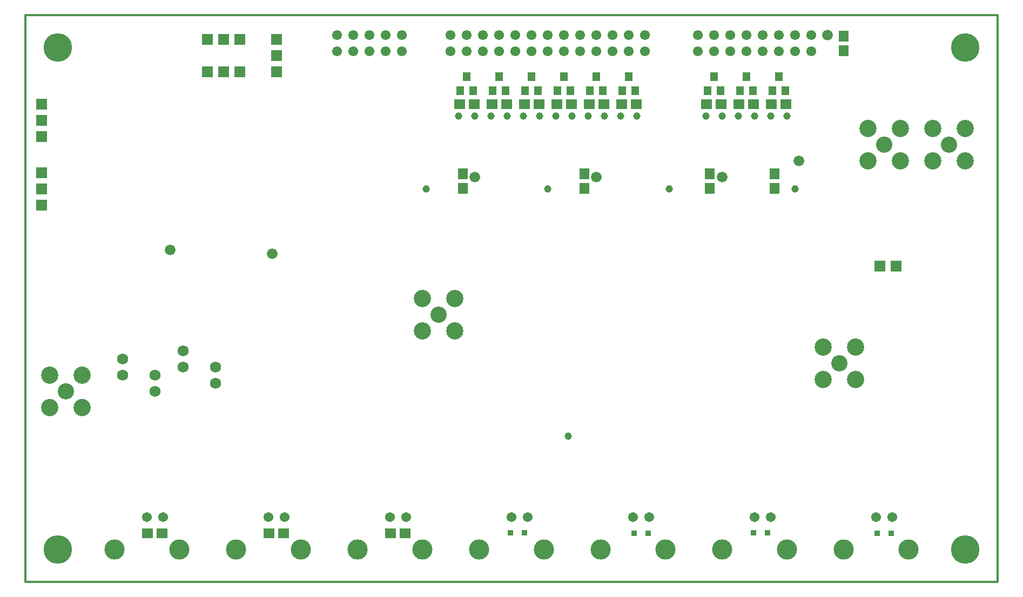
<source format=gbr>
G04 EasyPC Gerber Version 20.0.2 Build 4112 *
G04 #@! TF.Part,Single*
G04 #@! TF.FileFunction,Soldermask,Bot *
%FSLAX35Y35*%
%MOIN*%
G04 #@! TA.AperFunction,SMDPad*
%ADD103R,0.04600X0.05400*%
%ADD101R,0.06100X0.06600*%
%ADD99R,0.03750X0.03750*%
G04 #@! TA.AperFunction,ComponentPad*
%ADD102R,0.06600X0.06600*%
G04 #@! TD.AperFunction*
%ADD10C,0.01200*%
G04 #@! TA.AperFunction,WasherPad*
%ADD91C,0.04600*%
G04 #@! TA.AperFunction,ComponentPad*
%ADD94C,0.06072*%
%ADD100C,0.06100*%
G04 #@! TA.AperFunction,WasherPad*
%ADD92C,0.06600*%
G04 #@! TA.AperFunction,ComponentPad*
%ADD95C,0.06899*%
%ADD96C,0.10049*%
%ADD97C,0.10639*%
%ADD93C,0.12450*%
G04 #@! TA.AperFunction,SMDPad*
%ADD98R,0.06600X0.06100*%
G04 #@! TA.AperFunction,WasherPad*
%ADD90C,0.17600*%
X0Y0D02*
D02*
D10*
X680250Y344250D02*
X1280250D01*
Y694250*
X680250*
Y344250*
D02*
D90*
X700250Y364250D03*
Y674250D03*
X1260250Y364250D03*
Y674250D03*
D02*
D91*
X927750Y586750D03*
X947750Y631750D03*
X957750D03*
X967750D03*
X977750D03*
X987750D03*
X997750D03*
X1002750Y586750D03*
X1007750Y631750D03*
X1015250Y434250D03*
X1017750Y631750D03*
X1027750D03*
X1037750D03*
X1047750D03*
X1057750D03*
X1077750Y586750D03*
X1100250Y631750D03*
X1110250D03*
X1120250D03*
X1130250D03*
X1140250D03*
X1150250D03*
X1155250Y586750D03*
D02*
D92*
X769750Y549250D03*
X832750Y546750D03*
X957750Y594250D03*
X1032750D03*
X1110250D03*
X1157750Y604250D03*
X1175250Y681750D03*
D02*
D93*
X735250Y364250D03*
X775250D03*
X810250D03*
X850250D03*
X885250D03*
X925250D03*
X960250D03*
X1000250D03*
X1035250D03*
X1075250D03*
X1110250D03*
X1150250D03*
X1185250D03*
X1225250D03*
D02*
D94*
X755250Y384250D03*
X765250D03*
X830250D03*
X840250D03*
X905250D03*
X915250D03*
X980250D03*
X990250D03*
X1055250D03*
X1065250D03*
X1130250D03*
X1140250D03*
X1205250D03*
X1215250D03*
D02*
D95*
X740250Y471750D03*
Y481750D03*
X760250Y461750D03*
Y471750D03*
X777750Y476750D03*
Y486750D03*
X797750Y466750D03*
Y476750D03*
D02*
D96*
X705250Y461848D03*
X935250Y509348D03*
X1182750Y479348D03*
X1210250Y614348D03*
X1250250D03*
D02*
D97*
X695250Y451848D03*
Y471848D03*
X715250Y451848D03*
Y471848D03*
X925250Y499348D03*
Y519348D03*
X945250Y499348D03*
Y519348D03*
X1172750Y469348D03*
Y489348D03*
X1192750Y469348D03*
Y489348D03*
X1200250Y604348D03*
Y624348D03*
X1220250Y604348D03*
Y624348D03*
X1240250Y604348D03*
Y624348D03*
X1260250Y604348D03*
Y624348D03*
D02*
D98*
X755750Y374250D03*
X764750D03*
X830750D03*
X839750D03*
X905750D03*
X914750D03*
X948250Y639250D03*
X957250D03*
X968250D03*
X977250D03*
X988250D03*
X997250D03*
X1008250D03*
X1017250D03*
X1028250D03*
X1037250D03*
X1048250D03*
X1057250D03*
X1100750D03*
X1109750D03*
X1120750D03*
X1129750D03*
X1140750D03*
X1149750D03*
D02*
D99*
X979691Y374667D03*
X988352D03*
X1055919Y374250D03*
X1064581D03*
X1129691Y374667D03*
X1138352D03*
X1205919Y374250D03*
X1214581D03*
D02*
D100*
X872750Y671750D03*
Y681750D03*
X882750Y671750D03*
Y681750D03*
X892750Y671750D03*
Y681750D03*
X902750Y671750D03*
Y681750D03*
X912750Y671750D03*
Y681750D03*
X942750Y671750D03*
Y681750D03*
X952750Y671750D03*
Y681750D03*
X962750Y671750D03*
Y681750D03*
X972750Y671750D03*
Y681750D03*
X982750Y671750D03*
Y681750D03*
X992750Y671750D03*
Y681750D03*
X1002750Y671750D03*
Y681750D03*
X1012750Y671750D03*
Y681750D03*
X1022750Y671750D03*
Y681750D03*
X1032750Y671750D03*
Y681750D03*
X1042750Y671750D03*
Y681750D03*
X1052750Y671750D03*
Y681750D03*
X1062750Y671750D03*
Y681750D03*
X1095250Y671750D03*
Y681750D03*
X1105250Y671750D03*
Y681750D03*
X1115250Y671750D03*
Y681750D03*
X1125250Y671750D03*
Y681750D03*
X1135250Y671750D03*
Y681750D03*
X1145250Y671750D03*
Y681750D03*
X1155250Y671750D03*
Y681750D03*
X1165250Y671750D03*
Y681750D03*
D02*
D101*
X950250Y587250D03*
Y596250D03*
X1025250Y587250D03*
Y596250D03*
X1102750Y587250D03*
Y596250D03*
X1142750Y587250D03*
Y596250D03*
X1185250Y672250D03*
Y681250D03*
D02*
D102*
X690250Y576750D03*
Y586750D03*
Y596750D03*
Y619250D03*
Y629250D03*
Y639250D03*
X792750Y659250D03*
Y679250D03*
X802750Y659250D03*
Y679250D03*
X812750Y659250D03*
Y679250D03*
X835250Y659250D03*
Y669250D03*
Y679250D03*
X1207750Y539250D03*
X1217750D03*
D02*
D103*
X948750Y647450D03*
X952750Y656150D03*
X956750Y647450D03*
X968750D03*
X972750Y656150D03*
X976750Y647450D03*
X988750D03*
X992750Y656150D03*
X996750Y647450D03*
X1008750D03*
X1012750Y656150D03*
X1016750Y647450D03*
X1028750D03*
X1032750Y656150D03*
X1036750Y647450D03*
X1048750D03*
X1052750Y656150D03*
X1056750Y647450D03*
X1101250D03*
X1105250Y656150D03*
X1109250Y647450D03*
X1121250D03*
X1125250Y656150D03*
X1129250Y647450D03*
X1141250D03*
X1145250Y656150D03*
X1149250Y647450D03*
X0Y0D02*
M02*

</source>
